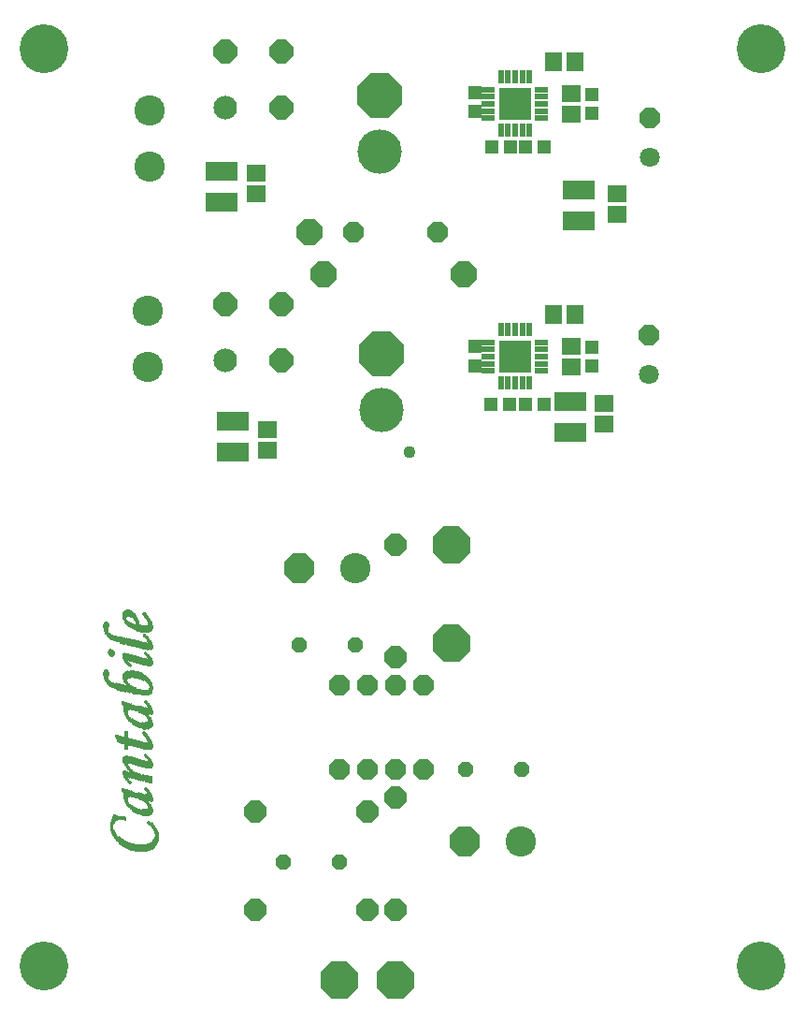
<source format=gbr>
G04 EAGLE Gerber X2 export*
%TF.Part,Single*%
%TF.FileFunction,Soldermask,Top,1*%
%TF.FilePolarity,Negative*%
%TF.GenerationSoftware,Autodesk,EAGLE,9.0.1*%
%TF.CreationDate,2018-08-29T03:15:35Z*%
G75*
%MOMM*%
%FSLAX34Y34*%
%LPD*%
%AMOC8*
5,1,8,0,0,1.08239X$1,22.5*%
G01*
%ADD10R,0.030000X0.480000*%
%ADD11R,0.030000X0.780000*%
%ADD12R,0.030000X0.960000*%
%ADD13R,0.030000X1.140000*%
%ADD14R,0.030000X1.260000*%
%ADD15R,0.030000X1.380000*%
%ADD16R,0.030000X1.500000*%
%ADD17R,0.030000X1.590000*%
%ADD18R,0.030000X1.680000*%
%ADD19R,0.030000X1.770000*%
%ADD20R,0.030000X0.930000*%
%ADD21R,0.030000X0.630000*%
%ADD22R,0.030000X0.900000*%
%ADD23R,0.030000X0.600000*%
%ADD24R,0.030000X0.870000*%
%ADD25R,0.030000X0.540000*%
%ADD26R,0.030000X0.840000*%
%ADD27R,0.030000X0.510000*%
%ADD28R,0.030000X0.450000*%
%ADD29R,0.030000X0.360000*%
%ADD30R,0.030000X0.330000*%
%ADD31R,0.030000X0.300000*%
%ADD32R,0.030000X0.420000*%
%ADD33R,0.030000X0.390000*%
%ADD34R,0.030000X0.750000*%
%ADD35R,0.030000X0.690000*%
%ADD36R,0.030000X0.660000*%
%ADD37R,0.030000X0.570000*%
%ADD38R,0.030000X0.720000*%
%ADD39R,0.030000X1.050000*%
%ADD40R,0.030000X0.810000*%
%ADD41R,0.030000X1.200000*%
%ADD42R,0.030000X1.080000*%
%ADD43R,0.030000X1.020000*%
%ADD44R,0.030000X1.290000*%
%ADD45R,0.030000X1.170000*%
%ADD46R,0.030000X0.990000*%
%ADD47R,0.030000X1.350000*%
%ADD48R,0.030000X1.230000*%
%ADD49R,0.030000X1.110000*%
%ADD50R,0.030000X1.410000*%
%ADD51R,0.030000X1.320000*%
%ADD52R,0.030000X1.470000*%
%ADD53R,0.030000X0.270000*%
%ADD54R,0.030000X0.180000*%
%ADD55R,0.030000X0.240000*%
%ADD56R,0.030000X0.120000*%
%ADD57R,0.030000X0.150000*%
%ADD58R,0.030000X1.740000*%
%ADD59R,0.030000X1.440000*%
%ADD60R,0.030000X1.890000*%
%ADD61R,0.030000X1.710000*%
%ADD62R,0.030000X0.210000*%
%ADD63R,0.030000X1.650000*%
%ADD64R,2.903200X1.803200*%
%ADD65R,1.703200X1.503200*%
%ADD66C,4.013200*%
%ADD67P,4.343848X8X112.500000*%
%ADD68R,1.303200X1.203200*%
%ADD69P,1.951982X8X112.500000*%
%ADD70C,1.803400*%
%ADD71R,1.503200X1.703200*%
%ADD72R,1.168400X0.584200*%
%ADD73R,0.584200X1.168400*%
%ADD74R,2.895600X2.895600*%
%ADD75C,2.743200*%
%ADD76R,1.203200X1.303200*%
%ADD77C,2.133600*%
%ADD78P,2.309387X8X112.500000*%
%ADD79P,2.584314X8X22.500000*%
%ADD80P,2.034460X8X202.500000*%
%ADD81P,2.556822X8X292.500000*%
%ADD82P,1.951982X8X22.500000*%
%ADD83P,2.144431X8X292.500000*%
%ADD84P,2.144431X8X202.500000*%
%ADD85P,3.629037X8X22.500000*%
%ADD86P,1.539592X8X22.500000*%
%ADD87P,2.969212X8X202.500000*%
%ADD88P,1.539592X8X202.500000*%
%ADD89C,4.419200*%
%ADD90C,1.108000*%


D10*
X154500Y167250D03*
D11*
X154200Y167250D03*
D12*
X153900Y167250D03*
D13*
X153600Y167250D03*
D14*
X153300Y167250D03*
D15*
X153000Y167250D03*
D16*
X152700Y167250D03*
D17*
X152400Y167400D03*
D18*
X152100Y167250D03*
D19*
X151800Y167400D03*
D20*
X151500Y162900D03*
D21*
X151500Y173400D03*
D22*
X151200Y162150D03*
D23*
X151200Y174150D03*
D24*
X150900Y161700D03*
D25*
X150900Y174750D03*
D26*
X150600Y161250D03*
D27*
X150600Y175200D03*
D11*
X150300Y160950D03*
D10*
X150300Y175650D03*
D11*
X150000Y160650D03*
D10*
X150000Y175950D03*
D11*
X149700Y160350D03*
D10*
X149700Y176250D03*
D11*
X149400Y160050D03*
D28*
X149400Y176700D03*
D11*
X149100Y159750D03*
D28*
X149100Y177000D03*
D29*
X149100Y190650D03*
D30*
X149100Y201300D03*
D31*
X149100Y232350D03*
X149100Y249450D03*
D29*
X149100Y269250D03*
D30*
X149100Y279900D03*
D32*
X149100Y301650D03*
D31*
X149100Y324750D03*
X149100Y339450D03*
D33*
X149100Y357000D03*
D34*
X148800Y159600D03*
D28*
X148800Y177300D03*
D25*
X148800Y190650D03*
D10*
X148800Y201750D03*
D28*
X148800Y232500D03*
D10*
X148800Y249750D03*
D25*
X148800Y269250D03*
D10*
X148800Y280350D03*
D35*
X148800Y301800D03*
D28*
X148800Y324900D03*
D10*
X148800Y339750D03*
D23*
X148800Y357150D03*
D34*
X148500Y159300D03*
D28*
X148500Y177600D03*
D36*
X148500Y190950D03*
D23*
X148500Y202050D03*
X148500Y218550D03*
D25*
X148500Y232650D03*
D23*
X148500Y249750D03*
D36*
X148500Y269550D03*
D23*
X148500Y280650D03*
D26*
X148500Y301950D03*
D37*
X148500Y325200D03*
X148500Y339900D03*
D38*
X148500Y357450D03*
X148200Y159150D03*
D28*
X148200Y177900D03*
D34*
X148200Y191100D03*
D36*
X148200Y202350D03*
D37*
X148200Y218700D03*
D21*
X148200Y232800D03*
D36*
X148200Y250050D03*
D34*
X148200Y269700D03*
D36*
X148200Y280950D03*
D12*
X148200Y301950D03*
D21*
X148200Y325200D03*
D36*
X148200Y340050D03*
D24*
X148200Y357600D03*
D38*
X147900Y158850D03*
D32*
X147900Y178050D03*
D26*
X147900Y191250D03*
D38*
X147900Y202650D03*
D23*
X147900Y218850D03*
D35*
X147900Y233100D03*
D34*
X147900Y250200D03*
D26*
X147900Y269850D03*
D38*
X147900Y281250D03*
D39*
X147900Y302100D03*
D35*
X147900Y325500D03*
D38*
X147900Y340350D03*
D12*
X147900Y357750D03*
D34*
X147600Y158700D03*
D32*
X147600Y178350D03*
D22*
X147600Y191250D03*
D11*
X147600Y202950D03*
D23*
X147600Y218850D03*
D34*
X147600Y233100D03*
D40*
X147600Y250500D03*
D22*
X147600Y269850D03*
D11*
X147600Y281550D03*
D13*
X147600Y302250D03*
D34*
X147600Y325800D03*
D11*
X147600Y340350D03*
D39*
X147600Y357900D03*
D38*
X147300Y158550D03*
D32*
X147300Y178650D03*
D12*
X147300Y191550D03*
D40*
X147300Y203100D03*
D23*
X147300Y218850D03*
D40*
X147300Y233400D03*
D22*
X147300Y250650D03*
D12*
X147300Y270150D03*
D40*
X147300Y281700D03*
D41*
X147300Y302250D03*
D40*
X147300Y325800D03*
D26*
X147300Y340650D03*
D42*
X147300Y358050D03*
D34*
X147000Y158400D03*
D32*
X147000Y178950D03*
D43*
X147000Y191550D03*
D24*
X147000Y203400D03*
D37*
X147000Y219000D03*
D26*
X147000Y233550D03*
D20*
X147000Y250800D03*
D43*
X147000Y270150D03*
D24*
X147000Y282000D03*
D44*
X147000Y302400D03*
D26*
X147000Y325950D03*
D22*
X147000Y340950D03*
D45*
X147000Y358200D03*
D38*
X146700Y158250D03*
D33*
X146700Y179100D03*
D42*
X146700Y191850D03*
D22*
X146700Y203550D03*
D23*
X146700Y219150D03*
D22*
X146700Y233850D03*
D46*
X146700Y251100D03*
D42*
X146700Y270450D03*
D22*
X146700Y282150D03*
D47*
X146700Y302400D03*
D24*
X146700Y326100D03*
D20*
X146700Y341100D03*
D48*
X146700Y358500D03*
D38*
X146400Y158250D03*
D33*
X146400Y179400D03*
D13*
X146400Y191850D03*
D20*
X146400Y204000D03*
D23*
X146400Y219150D03*
D20*
X146400Y234000D03*
D43*
X146400Y251250D03*
D13*
X146400Y270450D03*
D20*
X146400Y282600D03*
D35*
X146400Y298800D03*
D23*
X146400Y306750D03*
D20*
X146400Y326400D03*
D12*
X146400Y341250D03*
D14*
X146400Y358650D03*
D38*
X146100Y157950D03*
D33*
X146100Y179400D03*
D41*
X146100Y192150D03*
D12*
X146100Y204150D03*
D23*
X146100Y219150D03*
D12*
X146100Y234150D03*
D42*
X146100Y251550D03*
D41*
X146100Y270750D03*
D12*
X146100Y282750D03*
D21*
X146100Y298500D03*
D37*
X146100Y307200D03*
D12*
X146100Y326550D03*
D43*
X146100Y341550D03*
D47*
X146100Y358800D03*
D38*
X145800Y157950D03*
D29*
X145800Y179550D03*
D48*
X145800Y192300D03*
D46*
X145800Y204300D03*
D37*
X145800Y219300D03*
D46*
X145800Y234300D03*
D49*
X145800Y251700D03*
D48*
X145800Y270900D03*
D46*
X145800Y282900D03*
D21*
X145800Y298200D03*
D25*
X145800Y307650D03*
D12*
X145800Y326850D03*
D39*
X145800Y341700D03*
D15*
X145800Y358950D03*
D38*
X145500Y157650D03*
D29*
X145500Y179850D03*
D44*
X145500Y192300D03*
D43*
X145500Y204450D03*
D37*
X145500Y219300D03*
D43*
X145500Y234450D03*
D13*
X145500Y251850D03*
D44*
X145500Y270900D03*
D43*
X145500Y283050D03*
D37*
X145500Y297900D03*
D25*
X145500Y307950D03*
D46*
X145500Y327000D03*
D42*
X145500Y341850D03*
D50*
X145500Y359100D03*
D38*
X145200Y157650D03*
D31*
X145200Y179850D03*
D51*
X145200Y192450D03*
D42*
X145200Y204750D03*
D23*
X145200Y219450D03*
X145200Y232350D03*
D32*
X145200Y238050D03*
D41*
X145200Y252150D03*
D51*
X145200Y271050D03*
D42*
X145200Y283350D03*
D37*
X145200Y297900D03*
D25*
X145200Y308250D03*
D43*
X145200Y327150D03*
D49*
X145200Y342000D03*
D52*
X145200Y359400D03*
D38*
X144900Y157650D03*
D53*
X144900Y180000D03*
D34*
X144900Y189600D03*
D17*
X144900Y202500D03*
D23*
X144900Y219450D03*
X144900Y232350D03*
D32*
X144900Y238350D03*
D35*
X144900Y249600D03*
D27*
X144900Y255900D03*
D34*
X144900Y268200D03*
D17*
X144900Y281100D03*
D37*
X144900Y297600D03*
D27*
X144900Y308700D03*
D23*
X144900Y325050D03*
D29*
X144900Y330750D03*
D23*
X144900Y339450D03*
D10*
X144900Y345750D03*
D40*
X144900Y355800D03*
D23*
X144900Y364050D03*
D35*
X144600Y157500D03*
D54*
X144600Y179850D03*
D38*
X144600Y189450D03*
D39*
X144600Y200400D03*
D28*
X144600Y208500D03*
D37*
X144600Y219600D03*
D23*
X144600Y232350D03*
D33*
X144600Y238800D03*
D21*
X144600Y249300D03*
D27*
X144600Y256500D03*
D38*
X144600Y268050D03*
D39*
X144600Y279000D03*
D28*
X144600Y287100D03*
D37*
X144600Y297600D03*
D25*
X144600Y308850D03*
D23*
X144600Y325050D03*
D29*
X144600Y331050D03*
D23*
X144600Y339450D03*
D10*
X144600Y346050D03*
D34*
X144600Y355500D03*
D25*
X144600Y364650D03*
D38*
X144300Y157350D03*
D35*
X144300Y189300D03*
D46*
X144300Y200700D03*
D28*
X144300Y208800D03*
D37*
X144300Y219600D03*
D23*
X144300Y232350D03*
D33*
X144300Y239100D03*
D21*
X144300Y249300D03*
D10*
X144300Y256950D03*
D35*
X144300Y267900D03*
D46*
X144300Y279300D03*
D28*
X144300Y287400D03*
D25*
X144300Y297450D03*
X144300Y309150D03*
D23*
X144300Y325050D03*
D33*
X144300Y331500D03*
D37*
X144300Y339600D03*
D28*
X144300Y346500D03*
D38*
X144300Y355350D03*
D27*
X144300Y365100D03*
D38*
X144000Y157350D03*
D36*
X144000Y189150D03*
D20*
X144000Y201000D03*
D32*
X144000Y209250D03*
D23*
X144000Y219750D03*
X144000Y232350D03*
D33*
X144000Y239400D03*
D21*
X144000Y249300D03*
D28*
X144000Y257400D03*
D36*
X144000Y267750D03*
D20*
X144000Y279600D03*
D32*
X144000Y287850D03*
D25*
X144000Y297450D03*
X144000Y309450D03*
D23*
X144000Y325050D03*
D33*
X144000Y331800D03*
D37*
X144000Y339600D03*
D28*
X144000Y346800D03*
D38*
X144000Y355350D03*
D27*
X144000Y365400D03*
D38*
X143700Y157350D03*
D21*
X143700Y189000D03*
D22*
X143700Y201150D03*
D32*
X143700Y209550D03*
D23*
X143700Y219750D03*
X143700Y232350D03*
D33*
X143700Y239700D03*
D21*
X143700Y249300D03*
D10*
X143700Y257850D03*
D21*
X143700Y267600D03*
D22*
X143700Y279750D03*
D32*
X143700Y288150D03*
D25*
X143700Y297450D03*
X143700Y309750D03*
D37*
X143700Y325200D03*
D33*
X143700Y332100D03*
D37*
X143700Y339600D03*
D32*
X143700Y347250D03*
D35*
X143700Y355200D03*
D27*
X143700Y366000D03*
D35*
X143400Y157200D03*
D21*
X143400Y189000D03*
D26*
X143400Y201450D03*
D33*
X143400Y210000D03*
D37*
X143400Y219900D03*
X143400Y232500D03*
D33*
X143400Y240000D03*
D23*
X143400Y249450D03*
D28*
X143400Y258300D03*
D21*
X143400Y267600D03*
D26*
X143400Y280050D03*
D33*
X143400Y288600D03*
D25*
X143400Y297450D03*
X143400Y310050D03*
D23*
X143400Y325350D03*
D33*
X143400Y332400D03*
D37*
X143400Y339600D03*
D32*
X143400Y347550D03*
D35*
X143400Y355200D03*
D27*
X143400Y366300D03*
D38*
X143100Y157050D03*
D21*
X143100Y189000D03*
D40*
X143100Y201600D03*
D33*
X143100Y210300D03*
D37*
X143100Y219900D03*
X143100Y232500D03*
D33*
X143100Y240300D03*
D23*
X143100Y249450D03*
D28*
X143100Y258600D03*
D21*
X143100Y267600D03*
D40*
X143100Y280200D03*
D33*
X143100Y288900D03*
D25*
X143100Y297450D03*
D37*
X143100Y310200D03*
D23*
X143100Y325350D03*
D33*
X143100Y332700D03*
D23*
X143100Y339750D03*
D32*
X143100Y347850D03*
D35*
X143100Y355200D03*
D10*
X143100Y366750D03*
D38*
X142800Y157050D03*
D21*
X142800Y189000D03*
D11*
X142800Y201750D03*
D33*
X142800Y210600D03*
D23*
X142800Y220050D03*
X142800Y232650D03*
D29*
X142800Y240450D03*
D23*
X142800Y249450D03*
D28*
X142800Y259200D03*
D21*
X142800Y267600D03*
D11*
X142800Y280350D03*
D33*
X142800Y289200D03*
D25*
X142800Y297450D03*
X142800Y310350D03*
D23*
X142800Y325350D03*
D29*
X142800Y332850D03*
D23*
X142800Y339750D03*
D32*
X142800Y348150D03*
D35*
X142800Y355200D03*
D10*
X142800Y367050D03*
D38*
X142500Y157050D03*
D21*
X142500Y189000D03*
D34*
X142500Y201900D03*
D30*
X142500Y210600D03*
D23*
X142500Y220050D03*
X142500Y232650D03*
D31*
X142500Y240450D03*
D23*
X142500Y249450D03*
D28*
X142500Y259500D03*
D21*
X142500Y267600D03*
D34*
X142500Y280500D03*
D30*
X142500Y289200D03*
D25*
X142500Y297450D03*
D37*
X142500Y310500D03*
D23*
X142500Y325350D03*
D31*
X142500Y332850D03*
D37*
X142500Y339900D03*
D33*
X142500Y348600D03*
D36*
X142500Y355050D03*
D28*
X142500Y367500D03*
D38*
X142200Y157050D03*
D23*
X142200Y188850D03*
D34*
X142200Y202200D03*
D31*
X142200Y210750D03*
D37*
X142200Y220200D03*
X142200Y232800D03*
D53*
X142200Y240600D03*
D23*
X142200Y249450D03*
D32*
X142200Y259950D03*
D23*
X142200Y267450D03*
D34*
X142200Y280800D03*
D31*
X142200Y289350D03*
D25*
X142200Y297450D03*
D37*
X142200Y310800D03*
X142200Y325500D03*
D55*
X142200Y332850D03*
D37*
X142200Y339900D03*
D33*
X142200Y348900D03*
D36*
X142200Y355050D03*
D28*
X142200Y367800D03*
D35*
X141900Y156900D03*
D23*
X141900Y188850D03*
D38*
X141900Y202350D03*
D55*
X141900Y210750D03*
D37*
X141900Y220200D03*
X141900Y232800D03*
D54*
X141900Y240750D03*
D37*
X141900Y249600D03*
D28*
X141900Y260400D03*
D23*
X141900Y267450D03*
D38*
X141900Y280950D03*
D55*
X141900Y289350D03*
D25*
X141900Y297450D03*
D37*
X141900Y310800D03*
D23*
X141900Y325650D03*
D54*
X141900Y332850D03*
D23*
X141900Y340050D03*
D33*
X141900Y349200D03*
D36*
X141900Y355050D03*
D28*
X141900Y368100D03*
D35*
X141600Y156900D03*
D23*
X141600Y188850D03*
D38*
X141600Y202350D03*
D54*
X141600Y210750D03*
D37*
X141600Y220200D03*
D23*
X141600Y232950D03*
X141600Y249750D03*
D32*
X141600Y260550D03*
D23*
X141600Y267450D03*
D38*
X141600Y280950D03*
D54*
X141600Y289350D03*
D25*
X141600Y297450D03*
D37*
X141600Y311100D03*
D23*
X141600Y325650D03*
X141600Y340050D03*
D29*
X141600Y349350D03*
D36*
X141600Y355050D03*
D32*
X141600Y368250D03*
D35*
X141300Y156900D03*
D23*
X141300Y188850D03*
D35*
X141300Y202500D03*
D23*
X141300Y220350D03*
X141300Y232950D03*
X141300Y249750D03*
D33*
X141300Y260700D03*
D23*
X141300Y267450D03*
D35*
X141300Y281100D03*
D25*
X141300Y297450D03*
D23*
X141300Y311250D03*
X141300Y325650D03*
X141300Y340050D03*
D31*
X141300Y349350D03*
D36*
X141300Y355050D03*
D29*
X141300Y368550D03*
D38*
X141000Y156750D03*
D37*
X141000Y189000D03*
D36*
X141000Y202650D03*
D37*
X141000Y220500D03*
X141000Y233100D03*
D23*
X141000Y249750D03*
D31*
X141000Y260850D03*
D37*
X141000Y267600D03*
D36*
X141000Y281250D03*
D25*
X141000Y297450D03*
D37*
X141000Y311400D03*
X141000Y325800D03*
X141000Y340200D03*
D55*
X141000Y349350D03*
D36*
X141000Y355050D03*
D31*
X141000Y368550D03*
D38*
X140700Y156750D03*
D37*
X140700Y189000D03*
D36*
X140700Y202650D03*
D37*
X140700Y220500D03*
X140700Y233100D03*
D23*
X140700Y249750D03*
D55*
X140700Y260850D03*
D37*
X140700Y267600D03*
D36*
X140700Y281250D03*
D25*
X140700Y297450D03*
D23*
X140700Y311550D03*
X140700Y325950D03*
X140700Y340350D03*
D54*
X140700Y349350D03*
D36*
X140700Y355050D03*
D55*
X140700Y368550D03*
D38*
X140400Y156750D03*
D37*
X140400Y189000D03*
D36*
X140400Y202950D03*
D37*
X140400Y220500D03*
D23*
X140400Y233250D03*
D37*
X140400Y249900D03*
D54*
X140400Y260850D03*
D37*
X140400Y267600D03*
D36*
X140400Y281550D03*
D25*
X140400Y297750D03*
D37*
X140400Y311700D03*
D23*
X140400Y325950D03*
X140400Y340350D03*
D21*
X140400Y355200D03*
D54*
X140400Y368550D03*
D38*
X140100Y156750D03*
D37*
X140100Y189000D03*
D21*
X140100Y203100D03*
D23*
X140100Y220650D03*
X140100Y233250D03*
X140100Y250050D03*
D37*
X140100Y267600D03*
D21*
X140100Y281700D03*
D25*
X140100Y297750D03*
D23*
X140100Y311850D03*
X140100Y325950D03*
X140100Y340350D03*
D21*
X140100Y355200D03*
D38*
X139800Y156750D03*
D23*
X139800Y189150D03*
D21*
X139800Y203100D03*
D23*
X139800Y220650D03*
D37*
X139800Y233400D03*
D23*
X139800Y250050D03*
X139800Y267750D03*
D21*
X139800Y281700D03*
D25*
X139800Y297750D03*
D37*
X139800Y312000D03*
D23*
X139800Y325950D03*
D37*
X139800Y340500D03*
D36*
X139800Y355350D03*
D38*
X139500Y156750D03*
D37*
X139500Y189300D03*
D23*
X139500Y203250D03*
D37*
X139500Y220800D03*
D23*
X139500Y233550D03*
X139500Y250050D03*
D37*
X139500Y267900D03*
D23*
X139500Y281850D03*
D25*
X139500Y297750D03*
D23*
X139500Y312150D03*
X139500Y326250D03*
X139500Y340650D03*
D36*
X139500Y355350D03*
D38*
X139200Y156750D03*
D37*
X139200Y189300D03*
D21*
X139200Y203400D03*
D37*
X139200Y220800D03*
D23*
X139200Y233550D03*
D37*
X139200Y250200D03*
X139200Y267900D03*
D21*
X139200Y282000D03*
D25*
X139200Y297750D03*
D37*
X139200Y312300D03*
D23*
X139200Y326250D03*
X139200Y340650D03*
D36*
X139200Y355350D03*
D38*
X138900Y156750D03*
D37*
X138900Y189300D03*
D23*
X138900Y203550D03*
D37*
X138900Y220800D03*
D23*
X138900Y233550D03*
X138900Y250350D03*
D37*
X138900Y267900D03*
D23*
X138900Y282150D03*
D25*
X138900Y297750D03*
D23*
X138900Y312450D03*
X138900Y326250D03*
X138900Y340650D03*
D36*
X138900Y355350D03*
D38*
X138600Y156750D03*
D25*
X138600Y189450D03*
D23*
X138600Y203550D03*
X138600Y220950D03*
D37*
X138600Y233700D03*
D23*
X138600Y250350D03*
D25*
X138600Y268050D03*
D23*
X138600Y282150D03*
D25*
X138600Y298050D03*
D23*
X138600Y312450D03*
D37*
X138600Y326400D03*
D23*
X138600Y340650D03*
D21*
X138600Y355500D03*
D38*
X138300Y156750D03*
D25*
X138300Y189450D03*
D23*
X138300Y203550D03*
D37*
X138300Y221100D03*
D23*
X138300Y233850D03*
X138300Y250350D03*
D25*
X138300Y268050D03*
D23*
X138300Y282150D03*
D25*
X138300Y298050D03*
D23*
X138300Y312750D03*
X138300Y326550D03*
D37*
X138300Y340800D03*
D21*
X138300Y355500D03*
D38*
X138000Y156750D03*
D25*
X138000Y189450D03*
D37*
X138000Y203700D03*
X138000Y221100D03*
D23*
X138000Y233850D03*
D37*
X138000Y250500D03*
D25*
X138000Y268050D03*
D37*
X138000Y282300D03*
D25*
X138000Y298050D03*
D23*
X138000Y312750D03*
X138000Y326550D03*
X138000Y340950D03*
D36*
X138000Y355650D03*
D38*
X137700Y156750D03*
D25*
X137700Y189750D03*
D23*
X137700Y203850D03*
D37*
X137700Y221100D03*
X137700Y234000D03*
D23*
X137700Y250650D03*
D25*
X137700Y268350D03*
D23*
X137700Y282450D03*
D25*
X137700Y298050D03*
D21*
X137700Y312900D03*
D23*
X137700Y326550D03*
X137700Y340950D03*
D38*
X137700Y355950D03*
X137400Y156750D03*
D25*
X137400Y189750D03*
D23*
X137400Y203850D03*
X137400Y221250D03*
X137400Y234150D03*
X137400Y250650D03*
D25*
X137400Y268350D03*
D23*
X137400Y282450D03*
D37*
X137400Y298200D03*
D23*
X137400Y313050D03*
D37*
X137400Y326700D03*
D23*
X137400Y340950D03*
D34*
X137400Y356400D03*
D38*
X137100Y156750D03*
D25*
X137100Y189750D03*
D37*
X137100Y204000D03*
D23*
X137100Y221250D03*
X137100Y234150D03*
X137100Y250650D03*
D25*
X137100Y268350D03*
D37*
X137100Y282600D03*
D25*
X137100Y298350D03*
D23*
X137100Y313050D03*
X137100Y326850D03*
D37*
X137100Y341100D03*
D26*
X137100Y356850D03*
D38*
X136800Y156750D03*
D27*
X136800Y189900D03*
D37*
X136800Y204000D03*
X136800Y221400D03*
D23*
X136800Y234150D03*
D37*
X136800Y250800D03*
D27*
X136800Y268500D03*
D37*
X136800Y282600D03*
D25*
X136800Y298350D03*
D21*
X136800Y313200D03*
D23*
X136800Y326850D03*
X136800Y341250D03*
D22*
X136800Y357150D03*
D35*
X136500Y156900D03*
D25*
X136500Y190050D03*
D23*
X136500Y204150D03*
D37*
X136500Y221400D03*
D23*
X136500Y234450D03*
X136500Y250950D03*
D25*
X136500Y268650D03*
D23*
X136500Y282750D03*
D25*
X136500Y298350D03*
D23*
X136500Y313350D03*
X136500Y326850D03*
X136500Y341250D03*
D12*
X136500Y357450D03*
D35*
X136200Y156900D03*
D27*
X136200Y190200D03*
D37*
X136200Y204300D03*
D23*
X136200Y221550D03*
X136200Y234450D03*
X136200Y250950D03*
D27*
X136200Y268800D03*
D37*
X136200Y282900D03*
X136200Y298500D03*
D21*
X136200Y313500D03*
D23*
X136200Y327150D03*
X136200Y341250D03*
D46*
X136200Y357900D03*
D35*
X135900Y156900D03*
D27*
X135900Y190200D03*
D37*
X135900Y204300D03*
D23*
X135900Y221550D03*
X135900Y234450D03*
X135900Y250950D03*
D27*
X135900Y268800D03*
D37*
X135900Y282900D03*
D25*
X135900Y298650D03*
D21*
X135900Y313500D03*
D23*
X135900Y327150D03*
D37*
X135900Y341400D03*
D39*
X135900Y358200D03*
D35*
X135600Y156900D03*
D27*
X135600Y190500D03*
D37*
X135600Y204300D03*
X135600Y221700D03*
D23*
X135600Y234750D03*
X135600Y251250D03*
D27*
X135600Y269100D03*
D37*
X135600Y282900D03*
D25*
X135600Y298650D03*
D21*
X135600Y313500D03*
D23*
X135600Y327150D03*
X135600Y341550D03*
D49*
X135600Y358500D03*
D35*
X135300Y156900D03*
D27*
X135300Y190500D03*
D37*
X135300Y204300D03*
D23*
X135300Y221850D03*
X135300Y234750D03*
X135300Y251250D03*
D27*
X135300Y269100D03*
D37*
X135300Y282900D03*
X135300Y298800D03*
D23*
X135300Y313650D03*
D37*
X135300Y327300D03*
D23*
X135300Y341550D03*
D13*
X135300Y358950D03*
D35*
X135000Y156900D03*
D10*
X135000Y190650D03*
D37*
X135000Y204600D03*
D23*
X135000Y221850D03*
X135000Y234750D03*
X135000Y251250D03*
D10*
X135000Y269250D03*
D37*
X135000Y283200D03*
X135000Y298800D03*
D21*
X135000Y313800D03*
D23*
X135000Y327450D03*
X135000Y341550D03*
D41*
X135000Y359250D03*
D38*
X134700Y157050D03*
D27*
X134700Y190800D03*
D37*
X134700Y204600D03*
D23*
X134700Y221850D03*
X134700Y235050D03*
X134700Y251250D03*
D27*
X134700Y269400D03*
D37*
X134700Y283200D03*
X134700Y298800D03*
D21*
X134700Y313800D03*
D23*
X134700Y327450D03*
D37*
X134700Y341700D03*
D23*
X134700Y356250D03*
X134700Y362850D03*
D38*
X134400Y157050D03*
D10*
X134400Y190950D03*
D37*
X134400Y204600D03*
D21*
X134400Y222000D03*
D23*
X134400Y235050D03*
X134400Y251550D03*
D10*
X134400Y269550D03*
D37*
X134400Y283200D03*
X134400Y299100D03*
D21*
X134400Y313800D03*
D23*
X134400Y327450D03*
X134400Y341850D03*
D37*
X134400Y356400D03*
D23*
X134400Y363450D03*
D35*
X134100Y157200D03*
D10*
X134100Y190950D03*
D37*
X134100Y204600D03*
D23*
X134100Y222150D03*
X134100Y235050D03*
X134100Y251550D03*
D10*
X134100Y269550D03*
D37*
X134100Y283200D03*
X134100Y299100D03*
D21*
X134100Y313800D03*
D23*
X134100Y327750D03*
X134100Y341850D03*
X134100Y356550D03*
X134100Y364050D03*
D35*
X133800Y157200D03*
D10*
X133800Y191250D03*
D37*
X133800Y204900D03*
D21*
X133800Y222300D03*
D23*
X133800Y235350D03*
X133800Y251550D03*
D10*
X133800Y269850D03*
D37*
X133800Y283500D03*
D23*
X133800Y299250D03*
D21*
X133800Y314100D03*
D23*
X133800Y327750D03*
X133800Y341850D03*
D37*
X133800Y356700D03*
D23*
X133800Y364350D03*
D35*
X133500Y157200D03*
D10*
X133500Y191250D03*
D37*
X133500Y204900D03*
D21*
X133500Y222300D03*
D23*
X133500Y235350D03*
D37*
X133500Y251700D03*
D10*
X133500Y269850D03*
D37*
X133500Y283500D03*
D23*
X133500Y299250D03*
D21*
X133500Y314100D03*
D23*
X133500Y327750D03*
D37*
X133500Y342000D03*
X133500Y356700D03*
D23*
X133500Y364950D03*
D35*
X133200Y157200D03*
D10*
X133200Y191550D03*
D37*
X133200Y204900D03*
D36*
X133200Y222450D03*
D23*
X133200Y235350D03*
X133200Y251850D03*
D10*
X133200Y270150D03*
D37*
X133200Y283500D03*
D23*
X133200Y299550D03*
D21*
X133200Y314100D03*
D37*
X133200Y327900D03*
D23*
X133200Y342150D03*
D25*
X133200Y356850D03*
D23*
X133200Y365250D03*
D38*
X132900Y157350D03*
D28*
X132900Y191700D03*
D37*
X132900Y204900D03*
D21*
X132900Y222600D03*
D23*
X132900Y235650D03*
X132900Y251850D03*
D28*
X132900Y270300D03*
D37*
X132900Y283500D03*
D23*
X132900Y299550D03*
D21*
X132900Y314100D03*
D23*
X132900Y328050D03*
X132900Y342150D03*
D37*
X132900Y357000D03*
D23*
X132900Y365850D03*
D35*
X132600Y157500D03*
D10*
X132600Y191850D03*
D37*
X132600Y205200D03*
D36*
X132600Y222750D03*
D23*
X132600Y235650D03*
X132600Y251850D03*
D10*
X132600Y270450D03*
D37*
X132600Y283800D03*
D23*
X132600Y299550D03*
D21*
X132600Y314100D03*
D23*
X132600Y328050D03*
X132600Y342150D03*
D25*
X132600Y357150D03*
D23*
X132600Y366150D03*
D35*
X132300Y157500D03*
D28*
X132300Y192000D03*
D37*
X132300Y205200D03*
D36*
X132300Y222750D03*
D23*
X132300Y235650D03*
D37*
X132300Y252000D03*
D28*
X132300Y270600D03*
D37*
X132300Y283800D03*
D21*
X132300Y299700D03*
D36*
X132300Y314250D03*
D23*
X132300Y328050D03*
D37*
X132300Y342300D03*
D25*
X132300Y357150D03*
D37*
X132300Y366600D03*
D35*
X132000Y157500D03*
D10*
X132000Y192150D03*
D37*
X132000Y205200D03*
D35*
X132000Y222900D03*
D21*
X132000Y235800D03*
D23*
X132000Y252150D03*
D10*
X132000Y270750D03*
D37*
X132000Y283800D03*
D21*
X132000Y299700D03*
D36*
X132000Y314250D03*
D23*
X132000Y328350D03*
X132000Y342450D03*
D25*
X132000Y357450D03*
D37*
X132000Y366900D03*
D36*
X131700Y157650D03*
D28*
X131700Y192300D03*
D37*
X131700Y205500D03*
D35*
X131700Y223200D03*
D23*
X131700Y235950D03*
X131700Y252150D03*
D28*
X131700Y270900D03*
D37*
X131700Y284100D03*
D21*
X131700Y300000D03*
D36*
X131700Y314250D03*
D23*
X131700Y328350D03*
X131700Y342450D03*
D25*
X131700Y357450D03*
D37*
X131700Y367200D03*
D35*
X131400Y157800D03*
D28*
X131400Y192600D03*
D37*
X131400Y205500D03*
D38*
X131400Y223350D03*
D23*
X131400Y235950D03*
X131400Y252150D03*
D28*
X131400Y271200D03*
D37*
X131400Y284100D03*
D21*
X131400Y300000D03*
D36*
X131400Y314250D03*
D23*
X131400Y328350D03*
X131400Y342450D03*
D27*
X131400Y357600D03*
D37*
X131400Y367500D03*
D35*
X131100Y157800D03*
D32*
X131100Y192750D03*
D37*
X131100Y205500D03*
D34*
X131100Y223500D03*
D21*
X131100Y236100D03*
D37*
X131100Y252300D03*
D32*
X131100Y271350D03*
D37*
X131100Y284100D03*
D36*
X131100Y300150D03*
X131100Y314250D03*
D23*
X131100Y328650D03*
D37*
X131100Y342600D03*
D25*
X131100Y357750D03*
D37*
X131100Y367800D03*
D35*
X130800Y157800D03*
D28*
X130800Y192900D03*
D37*
X130800Y205500D03*
D11*
X130800Y223650D03*
D23*
X130800Y236250D03*
X130800Y252450D03*
D28*
X130800Y271500D03*
D37*
X130800Y284100D03*
D36*
X130800Y300150D03*
X130800Y314250D03*
D23*
X130800Y328650D03*
D37*
X130800Y342600D03*
D27*
X130800Y357900D03*
D37*
X130800Y368100D03*
D36*
X130500Y157950D03*
D28*
X130500Y193200D03*
D37*
X130500Y205800D03*
D11*
X130500Y223650D03*
D23*
X130500Y236250D03*
X130500Y252450D03*
D28*
X130500Y271800D03*
D37*
X130500Y284400D03*
D36*
X130500Y300450D03*
X130500Y314250D03*
D23*
X130500Y328650D03*
X130500Y342750D03*
D27*
X130500Y357900D03*
D37*
X130500Y368400D03*
D35*
X130200Y158100D03*
D32*
X130200Y193350D03*
D37*
X130200Y205800D03*
D11*
X130200Y223950D03*
D21*
X130200Y236400D03*
D23*
X130200Y252450D03*
D32*
X130200Y271950D03*
D37*
X130200Y284400D03*
D35*
X130200Y300600D03*
D36*
X130200Y314250D03*
D23*
X130200Y328650D03*
X130200Y342750D03*
D27*
X130200Y358200D03*
D23*
X130200Y368550D03*
D35*
X129900Y158100D03*
D32*
X129900Y193650D03*
D37*
X129900Y205800D03*
D56*
X129900Y216150D03*
D40*
X129900Y224100D03*
D21*
X129900Y236400D03*
D37*
X129900Y252600D03*
D32*
X129900Y272250D03*
D37*
X129900Y284400D03*
D35*
X129900Y300600D03*
D36*
X129900Y314250D03*
D57*
X129900Y322200D03*
D23*
X129900Y328950D03*
D37*
X129900Y342900D03*
D10*
X129900Y358350D03*
D37*
X129900Y368700D03*
D36*
X129600Y158250D03*
D32*
X129600Y193950D03*
D23*
X129600Y205950D03*
D55*
X129600Y216150D03*
D26*
X129600Y224250D03*
D23*
X129600Y236550D03*
X129600Y252750D03*
D32*
X129600Y272550D03*
D23*
X129600Y284550D03*
D38*
X129600Y300750D03*
D36*
X129600Y314250D03*
D55*
X129600Y322350D03*
D23*
X129600Y328950D03*
D37*
X129600Y342900D03*
D10*
X129600Y358350D03*
D37*
X129600Y369000D03*
D36*
X129300Y158250D03*
D28*
X129300Y194100D03*
D37*
X129300Y206100D03*
D53*
X129300Y216300D03*
D22*
X129300Y224550D03*
D23*
X129300Y236550D03*
X129300Y252750D03*
D28*
X129300Y272700D03*
D37*
X129300Y284700D03*
D34*
X129300Y300900D03*
D36*
X129300Y314250D03*
D31*
X129300Y322350D03*
D23*
X129300Y328950D03*
X129300Y343050D03*
D10*
X129300Y358650D03*
D37*
X129300Y369000D03*
D36*
X129000Y158550D03*
D32*
X129000Y194250D03*
D37*
X129000Y206100D03*
D30*
X129000Y216300D03*
D22*
X129000Y224850D03*
D21*
X129000Y236700D03*
D23*
X129000Y252750D03*
D32*
X129000Y272850D03*
D37*
X129000Y284700D03*
D38*
X129000Y301050D03*
D36*
X129000Y314250D03*
D33*
X129000Y322200D03*
D23*
X129000Y329250D03*
X129000Y343050D03*
D10*
X129000Y358650D03*
D23*
X129000Y369150D03*
D36*
X128700Y158550D03*
D32*
X128700Y194550D03*
D37*
X128700Y206100D03*
D30*
X128700Y216300D03*
D20*
X128700Y225000D03*
D21*
X128700Y236700D03*
D23*
X128700Y253050D03*
D32*
X128700Y273150D03*
D37*
X128700Y284700D03*
D34*
X128700Y301200D03*
D35*
X128700Y314100D03*
D32*
X128700Y322350D03*
D23*
X128700Y329250D03*
D37*
X128700Y343200D03*
D10*
X128700Y358950D03*
D37*
X128700Y369300D03*
D36*
X128400Y158550D03*
D32*
X128400Y194850D03*
D23*
X128400Y206250D03*
D29*
X128400Y216450D03*
D12*
X128400Y225150D03*
D23*
X128400Y236850D03*
X128400Y253050D03*
D32*
X128400Y273450D03*
D23*
X128400Y284850D03*
D11*
X128400Y301350D03*
D35*
X128400Y314100D03*
D32*
X128400Y322650D03*
D23*
X128400Y329250D03*
D37*
X128400Y343200D03*
D28*
X128400Y359100D03*
D23*
X128400Y369450D03*
D36*
X128100Y158850D03*
D32*
X128100Y195150D03*
D37*
X128100Y206400D03*
D29*
X128100Y216750D03*
D43*
X128100Y225450D03*
D21*
X128100Y237000D03*
D23*
X128100Y253050D03*
D32*
X128100Y273750D03*
D37*
X128100Y285000D03*
D40*
X128100Y301500D03*
D35*
X128100Y314100D03*
D32*
X128100Y322950D03*
D37*
X128100Y329400D03*
D23*
X128100Y343350D03*
D28*
X128100Y359400D03*
D23*
X128100Y369450D03*
D36*
X127800Y158850D03*
D28*
X127800Y195600D03*
D37*
X127800Y206400D03*
D33*
X127800Y217200D03*
D37*
X127800Y223200D03*
D33*
X127800Y228900D03*
D21*
X127800Y237000D03*
D23*
X127800Y253050D03*
D28*
X127800Y274200D03*
D37*
X127800Y285000D03*
D40*
X127800Y301800D03*
D38*
X127800Y313950D03*
D32*
X127800Y323250D03*
D23*
X127800Y329550D03*
X127800Y343350D03*
D28*
X127800Y359400D03*
D23*
X127800Y369450D03*
D36*
X127500Y159150D03*
D28*
X127500Y195900D03*
D23*
X127500Y206550D03*
D33*
X127500Y217500D03*
D25*
X127500Y223350D03*
D32*
X127500Y229350D03*
D21*
X127500Y237000D03*
D23*
X127500Y253350D03*
D28*
X127500Y274500D03*
D23*
X127500Y285150D03*
D26*
X127500Y301950D03*
D38*
X127500Y313950D03*
D32*
X127500Y323550D03*
D23*
X127500Y329550D03*
D37*
X127500Y343500D03*
D28*
X127500Y359700D03*
D23*
X127500Y369450D03*
D36*
X127200Y159150D03*
D10*
X127200Y196350D03*
D37*
X127200Y206700D03*
D33*
X127200Y217800D03*
D37*
X127200Y223500D03*
D32*
X127200Y229650D03*
D21*
X127200Y237000D03*
D23*
X127200Y253350D03*
D10*
X127200Y274950D03*
D37*
X127200Y285300D03*
D24*
X127200Y302100D03*
D34*
X127200Y313800D03*
D32*
X127200Y323850D03*
D23*
X127200Y329550D03*
D37*
X127200Y343500D03*
D32*
X127200Y359850D03*
D21*
X127200Y369600D03*
X126900Y159300D03*
D25*
X126900Y196950D03*
D37*
X126900Y206700D03*
D29*
X126900Y218250D03*
D37*
X126900Y223500D03*
D28*
X126900Y230100D03*
D36*
X126900Y237150D03*
D23*
X126900Y253350D03*
D25*
X126900Y275550D03*
D37*
X126900Y285300D03*
D22*
X126900Y302250D03*
D38*
X126900Y313650D03*
D32*
X126900Y324150D03*
D21*
X126900Y329700D03*
D23*
X126900Y343650D03*
D32*
X126900Y360150D03*
D21*
X126900Y369600D03*
D36*
X126600Y159450D03*
D37*
X126600Y197700D03*
D35*
X126600Y206400D03*
D12*
X126600Y221550D03*
D10*
X126600Y230850D03*
D35*
X126600Y237000D03*
D23*
X126600Y253350D03*
D37*
X126600Y276300D03*
D35*
X126600Y285000D03*
D12*
X126600Y302550D03*
D34*
X126600Y313500D03*
D39*
X126600Y327600D03*
D23*
X126600Y343650D03*
D32*
X126600Y360450D03*
D36*
X126600Y369450D03*
X126300Y159450D03*
D52*
X126300Y202500D03*
D20*
X126300Y221700D03*
D45*
X126300Y234600D03*
D58*
X126300Y254250D03*
D52*
X126300Y281100D03*
D12*
X126300Y302850D03*
D11*
X126300Y313350D03*
D43*
X126300Y327750D03*
D37*
X126300Y343800D03*
D28*
X126300Y360600D03*
D36*
X126300Y369450D03*
X126000Y159750D03*
D59*
X126000Y202650D03*
D20*
X126000Y222000D03*
D13*
X126000Y234750D03*
D58*
X126000Y254250D03*
D59*
X126000Y281250D03*
D39*
X126000Y303300D03*
D40*
X126000Y313200D03*
D46*
X126000Y327900D03*
D37*
X126000Y343800D03*
D28*
X126000Y360900D03*
D35*
X126000Y369300D03*
D36*
X125700Y159750D03*
D50*
X125700Y202800D03*
D22*
X125700Y222150D03*
D49*
X125700Y234900D03*
D58*
X125700Y254250D03*
D50*
X125700Y281400D03*
D60*
X125700Y307500D03*
D46*
X125700Y328200D03*
D23*
X125700Y343950D03*
D28*
X125700Y361200D03*
D36*
X125700Y369150D03*
D21*
X125400Y159900D03*
D15*
X125400Y203250D03*
D24*
X125400Y222300D03*
D39*
X125400Y235200D03*
D61*
X125400Y254400D03*
D15*
X125400Y281850D03*
D60*
X125400Y307500D03*
D12*
X125400Y328350D03*
D23*
X125400Y343950D03*
D28*
X125400Y361500D03*
D35*
X125400Y369000D03*
D21*
X125100Y160200D03*
D47*
X125100Y203400D03*
D26*
X125100Y222450D03*
D46*
X125100Y235500D03*
D58*
X125100Y254550D03*
D47*
X125100Y282000D03*
D37*
X125100Y301200D03*
D41*
X125100Y310950D03*
D20*
X125100Y328500D03*
D37*
X125100Y344100D03*
D28*
X125100Y362100D03*
D34*
X125100Y368700D03*
D21*
X124800Y160200D03*
D30*
X124800Y183600D03*
D44*
X124800Y203700D03*
D11*
X124800Y222750D03*
D12*
X124800Y235650D03*
D58*
X124800Y254550D03*
D44*
X124800Y282300D03*
D37*
X124800Y301200D03*
D13*
X124800Y310950D03*
D22*
X124800Y328650D03*
D37*
X124800Y344100D03*
D48*
X124800Y366300D03*
D21*
X124500Y160500D03*
D30*
X124500Y183600D03*
D14*
X124500Y204150D03*
D11*
X124500Y223050D03*
D22*
X124500Y235950D03*
D61*
X124500Y254700D03*
D14*
X124500Y282750D03*
D23*
X124500Y301350D03*
D42*
X124500Y310950D03*
D26*
X124500Y328950D03*
D37*
X124500Y344100D03*
D45*
X124500Y366300D03*
D21*
X124200Y160500D03*
D30*
X124200Y183600D03*
D41*
X124200Y204450D03*
D34*
X124200Y223200D03*
D26*
X124200Y235950D03*
D61*
X124200Y254700D03*
D41*
X124200Y283050D03*
D23*
X124200Y301350D03*
D43*
X124200Y311250D03*
D26*
X124200Y329250D03*
D23*
X124200Y344250D03*
D49*
X124200Y366300D03*
D21*
X123900Y160800D03*
D31*
X123900Y183750D03*
D13*
X123900Y204750D03*
D35*
X123900Y223500D03*
D40*
X123900Y236100D03*
D37*
X123900Y254100D03*
D13*
X123900Y283350D03*
D23*
X123900Y301350D03*
D12*
X123900Y311250D03*
D11*
X123900Y329550D03*
D37*
X123900Y344400D03*
D39*
X123900Y366600D03*
D21*
X123600Y160800D03*
D31*
X123600Y183750D03*
D42*
X123600Y205350D03*
D36*
X123600Y223650D03*
D34*
X123600Y236400D03*
D23*
X123600Y254250D03*
D42*
X123600Y283950D03*
D37*
X123600Y301500D03*
D24*
X123600Y311400D03*
D34*
X123600Y329700D03*
D37*
X123600Y344400D03*
D12*
X123600Y366750D03*
D21*
X123300Y161100D03*
D31*
X123300Y183750D03*
D12*
X123300Y205950D03*
D23*
X123300Y223950D03*
D36*
X123300Y236550D03*
D23*
X123300Y254250D03*
D12*
X123300Y284550D03*
D23*
X123300Y301650D03*
D11*
X123300Y311550D03*
D36*
X123300Y329850D03*
D37*
X123300Y344400D03*
D24*
X123300Y366900D03*
D23*
X123000Y161250D03*
D31*
X123000Y183750D03*
D38*
X123000Y207150D03*
D25*
X123000Y224250D03*
D37*
X123000Y236700D03*
D23*
X123000Y254250D03*
D38*
X123000Y285750D03*
D23*
X123000Y301650D03*
D35*
X123000Y311700D03*
D37*
X123000Y330000D03*
D23*
X123000Y344550D03*
D11*
X123000Y367050D03*
D21*
X122700Y161400D03*
D31*
X122700Y183750D03*
D29*
X122700Y208950D03*
D32*
X122700Y224550D03*
D28*
X122700Y237000D03*
D37*
X122700Y254400D03*
D29*
X122700Y287550D03*
D23*
X122700Y301650D03*
D25*
X122700Y311850D03*
D10*
X122700Y330450D03*
D23*
X122700Y344550D03*
D21*
X122700Y367200D03*
D23*
X122400Y161550D03*
D30*
X122400Y183900D03*
D29*
X122400Y209250D03*
D55*
X122400Y224850D03*
X122400Y237150D03*
D23*
X122400Y254550D03*
D29*
X122400Y287850D03*
D37*
X122400Y301800D03*
D53*
X122400Y312000D03*
X122400Y330600D03*
D37*
X122400Y344700D03*
D31*
X122400Y367350D03*
D23*
X122100Y161850D03*
D30*
X122100Y183900D03*
X122100Y209400D03*
D23*
X122100Y254550D03*
D30*
X122100Y288000D03*
D23*
X122100Y301950D03*
D37*
X122100Y344700D03*
D21*
X121800Y162000D03*
D30*
X121800Y183900D03*
D31*
X121800Y209550D03*
D23*
X121800Y254550D03*
D31*
X121800Y288150D03*
D23*
X121800Y301950D03*
X121800Y344850D03*
X121500Y162150D03*
D30*
X121500Y183900D03*
D57*
X121500Y210300D03*
D37*
X121500Y254700D03*
D57*
X121500Y288900D03*
D23*
X121500Y301950D03*
D37*
X121500Y345000D03*
D23*
X121200Y162450D03*
D30*
X121200Y183900D03*
D23*
X121200Y254850D03*
X121200Y301950D03*
D37*
X121200Y345000D03*
D21*
X120900Y162600D03*
D30*
X120900Y183900D03*
D23*
X120900Y254850D03*
D37*
X120900Y302100D03*
X120900Y345000D03*
D23*
X120600Y162750D03*
D30*
X120600Y183900D03*
D37*
X120600Y255000D03*
D23*
X120600Y302250D03*
X120600Y345150D03*
X120300Y163050D03*
D29*
X120300Y184050D03*
D23*
X120300Y255150D03*
X120300Y302250D03*
D37*
X120300Y345300D03*
D23*
X120000Y163350D03*
D29*
X120000Y184050D03*
D23*
X120000Y255150D03*
X120000Y302250D03*
D37*
X120000Y345300D03*
X119700Y163500D03*
D29*
X119700Y184050D03*
D23*
X119700Y255150D03*
D37*
X119700Y302400D03*
X119700Y345300D03*
D23*
X119400Y163650D03*
D29*
X119400Y184050D03*
D37*
X119400Y255300D03*
D23*
X119400Y302550D03*
X119400Y345450D03*
X119100Y163950D03*
D33*
X119100Y183900D03*
D23*
X119100Y255450D03*
X119100Y302550D03*
D37*
X119100Y345600D03*
D23*
X118800Y164250D03*
D32*
X118800Y184050D03*
D23*
X118800Y255450D03*
X118800Y302550D03*
D37*
X118800Y345600D03*
D23*
X118500Y164550D03*
D32*
X118500Y184050D03*
D23*
X118500Y255450D03*
D37*
X118500Y302700D03*
X118500Y345600D03*
X118200Y164700D03*
D32*
X118200Y184050D03*
D37*
X118200Y255600D03*
D23*
X118200Y302850D03*
D37*
X118200Y345600D03*
X117900Y165000D03*
D32*
X117900Y184050D03*
D23*
X117900Y255750D03*
X117900Y302850D03*
D37*
X117900Y345900D03*
X117600Y165300D03*
D28*
X117600Y184200D03*
D23*
X117600Y255750D03*
X117600Y302850D03*
D37*
X117600Y345900D03*
X117300Y165600D03*
D10*
X117300Y184050D03*
D25*
X117300Y256050D03*
D37*
X117300Y303000D03*
X117300Y345900D03*
X117000Y165900D03*
D10*
X117000Y184050D03*
D28*
X117000Y256500D03*
D37*
X117000Y303000D03*
D25*
X117000Y346050D03*
D23*
X116700Y166350D03*
D27*
X116700Y184200D03*
D32*
X116700Y256950D03*
D23*
X116700Y303150D03*
D37*
X116700Y346200D03*
D23*
X116400Y166650D03*
D25*
X116400Y184050D03*
D29*
X116400Y257250D03*
D37*
X116400Y303300D03*
X116400Y346200D03*
X116100Y167100D03*
D25*
X116100Y184050D03*
D31*
X116100Y257550D03*
D37*
X116100Y303300D03*
D25*
X116100Y346350D03*
D37*
X115800Y167400D03*
D23*
X115800Y184050D03*
D62*
X115800Y258000D03*
D37*
X115800Y303300D03*
D25*
X115800Y346350D03*
D23*
X115500Y167850D03*
D21*
X115500Y183900D03*
D57*
X115500Y258300D03*
D37*
X115500Y303600D03*
X115500Y346500D03*
X115200Y168300D03*
D21*
X115200Y183900D03*
D37*
X115200Y303600D03*
D25*
X115200Y346650D03*
D23*
X114900Y168750D03*
D35*
X114900Y183900D03*
D37*
X114900Y303600D03*
D25*
X114900Y346650D03*
D21*
X114600Y169200D03*
D38*
X114600Y183750D03*
D25*
X114600Y303750D03*
D53*
X114600Y333000D03*
D25*
X114600Y346650D03*
D21*
X114300Y169800D03*
D40*
X114300Y183600D03*
D37*
X114300Y303900D03*
D33*
X114300Y333000D03*
D25*
X114300Y346950D03*
D36*
X114000Y170250D03*
D26*
X114000Y183450D03*
D25*
X114000Y304050D03*
D10*
X114000Y333150D03*
D25*
X114000Y346950D03*
D35*
X113700Y171000D03*
D40*
X113700Y182700D03*
D25*
X113700Y304050D03*
X113700Y333150D03*
X113700Y346950D03*
D38*
X113400Y171750D03*
D26*
X113400Y181950D03*
D27*
X113400Y304200D03*
D23*
X113400Y333150D03*
D25*
X113400Y347250D03*
D63*
X113100Y177000D03*
D25*
X113100Y304350D03*
D23*
X113100Y333150D03*
D25*
X113100Y347250D03*
D16*
X112800Y176850D03*
D27*
X112800Y304500D03*
D21*
X112800Y333300D03*
D27*
X112800Y347400D03*
D47*
X112500Y176700D03*
D27*
X112500Y304500D03*
D21*
X112500Y333300D03*
D27*
X112500Y347400D03*
D41*
X112200Y176850D03*
D27*
X112200Y304800D03*
D36*
X112200Y333450D03*
D27*
X112200Y347700D03*
D43*
X111900Y176850D03*
D27*
X111900Y304800D03*
D36*
X111900Y333450D03*
D27*
X111900Y347700D03*
D11*
X111600Y176850D03*
D10*
X111600Y304950D03*
D36*
X111600Y333450D03*
D10*
X111600Y347850D03*
D29*
X111300Y176850D03*
D10*
X111300Y305250D03*
D36*
X111300Y333450D03*
D10*
X111300Y348150D03*
X111000Y305250D03*
D21*
X111000Y333600D03*
D10*
X111000Y348150D03*
D28*
X110700Y305400D03*
D21*
X110700Y333600D03*
D10*
X110700Y348450D03*
D28*
X110400Y305700D03*
D23*
X110400Y333750D03*
D28*
X110400Y348600D03*
D32*
X110100Y305850D03*
D37*
X110100Y333600D03*
D28*
X110100Y348900D03*
X109800Y306000D03*
D25*
X109800Y333750D03*
D28*
X109800Y348900D03*
X109500Y306300D03*
D10*
X109500Y333750D03*
D28*
X109500Y349200D03*
X109200Y306600D03*
D29*
X109200Y314850D03*
D32*
X109200Y333750D03*
D28*
X109200Y349500D03*
D33*
X109200Y358200D03*
D10*
X108900Y307050D03*
D36*
X108900Y314250D03*
D55*
X108900Y333750D03*
D10*
X108900Y349950D03*
D21*
X108900Y357600D03*
D44*
X108600Y311400D03*
D47*
X108600Y354600D03*
D44*
X108300Y311700D03*
D47*
X108300Y354900D03*
D44*
X108000Y312000D03*
D51*
X108000Y355050D03*
D48*
X107700Y312300D03*
D44*
X107700Y355500D03*
D41*
X107400Y312450D03*
D14*
X107400Y355650D03*
D45*
X107100Y312600D03*
D48*
X107100Y355800D03*
D49*
X106800Y312900D03*
D45*
X106800Y356100D03*
D42*
X106500Y313050D03*
D49*
X106500Y356400D03*
D43*
X106200Y313350D03*
D39*
X106200Y356400D03*
D20*
X105900Y313500D03*
D12*
X105900Y356850D03*
D26*
X105600Y313650D03*
D24*
X105600Y357000D03*
D38*
X105300Y313950D03*
D34*
X105300Y357300D03*
D23*
X105000Y314250D03*
D21*
X105000Y357600D03*
D31*
X104700Y314550D03*
X104700Y358050D03*
D64*
X527274Y561205D03*
X527274Y533205D03*
D65*
X557754Y559245D03*
X557754Y540245D03*
D66*
X353919Y786600D03*
D67*
X353919Y837400D03*
D66*
X355824Y552920D03*
D67*
X355824Y603720D03*
D68*
X456150Y790981D03*
X473150Y790981D03*
X454880Y558571D03*
X471880Y558571D03*
D69*
X599029Y817080D03*
D70*
X599029Y781520D03*
D69*
X598394Y620865D03*
D70*
X598394Y585305D03*
D68*
X502995Y791616D03*
X485995Y791616D03*
D65*
X569184Y749110D03*
X569184Y730110D03*
D64*
X534894Y752340D03*
X534894Y724340D03*
D68*
X502995Y558571D03*
X485995Y558571D03*
D65*
X527845Y839674D03*
X527845Y820674D03*
D71*
X511995Y868274D03*
X530995Y868274D03*
D65*
X527845Y611074D03*
X527845Y592074D03*
D71*
X511995Y639674D03*
X530995Y639674D03*
D72*
X501175Y817220D03*
X501175Y823570D03*
X501175Y830174D03*
X501175Y836778D03*
X501175Y843128D03*
D73*
X489999Y854304D03*
X483649Y854304D03*
X477045Y854304D03*
X470441Y854304D03*
X464091Y854304D03*
D72*
X452915Y843128D03*
X452915Y836778D03*
X452915Y830174D03*
X452915Y823570D03*
X452915Y817220D03*
D73*
X464091Y806044D03*
X470441Y806044D03*
X477045Y806044D03*
X483649Y806044D03*
X489999Y806044D03*
D74*
X477045Y830174D03*
D72*
X501175Y588620D03*
X501175Y594970D03*
X501175Y601574D03*
X501175Y608178D03*
X501175Y614528D03*
D73*
X489999Y625704D03*
X483649Y625704D03*
X477045Y625704D03*
X470441Y625704D03*
X464091Y625704D03*
D72*
X452915Y614528D03*
X452915Y608178D03*
X452915Y601574D03*
X452915Y594970D03*
X452915Y588620D03*
D73*
X464091Y577444D03*
X470441Y577444D03*
X477045Y577444D03*
X483649Y577444D03*
X489999Y577444D03*
D74*
X477045Y601574D03*
D75*
X145640Y824276D03*
X145640Y773476D03*
X144624Y642666D03*
X144624Y591866D03*
D76*
X440914Y593495D03*
X440914Y610495D03*
X440324Y823320D03*
X440324Y840320D03*
X546895Y593074D03*
X546895Y610074D03*
X546895Y821674D03*
X546895Y838674D03*
D77*
X214224Y826605D03*
D78*
X214224Y877405D03*
X265024Y877405D03*
X265024Y826605D03*
D77*
X214224Y598005D03*
D78*
X214224Y648805D03*
X265024Y648805D03*
X265024Y598005D03*
D64*
X221209Y543425D03*
X221209Y515425D03*
X211049Y769485D03*
X211049Y741485D03*
D65*
X242799Y767525D03*
X242799Y748525D03*
X252959Y535750D03*
X252959Y516750D03*
D79*
X303525Y676275D03*
X430525Y676275D03*
D80*
X406395Y714375D03*
X330195Y714375D03*
D81*
X290825Y714375D03*
D82*
X317500Y228600D03*
X342900Y228600D03*
X393700Y304800D03*
X368300Y304800D03*
X368300Y228600D03*
X393700Y228600D03*
X342900Y304800D03*
X317500Y304800D03*
D83*
X368300Y203200D03*
X368300Y101600D03*
D84*
X342900Y190500D03*
X241300Y190500D03*
D83*
X368300Y431800D03*
X368300Y330200D03*
D84*
X342900Y101600D03*
X241300Y101600D03*
D85*
X368300Y38100D03*
X317500Y38100D03*
X419100Y431800D03*
X419100Y342900D03*
D86*
X266700Y144300D03*
X317500Y144300D03*
D75*
X332600Y410300D03*
D87*
X281800Y410300D03*
D75*
X481900Y162600D03*
D87*
X431100Y162600D03*
D86*
X281300Y341000D03*
X332100Y341000D03*
D88*
X482600Y228600D03*
X431800Y228600D03*
D89*
X50000Y50000D03*
X700000Y50000D03*
X50000Y880000D03*
X700000Y880000D03*
D90*
X470695Y607924D03*
X470695Y595224D03*
X483395Y595224D03*
X381224Y515455D03*
X483395Y607924D03*
X483395Y836524D03*
X470695Y836524D03*
X470695Y823824D03*
X483395Y823824D03*
M02*

</source>
